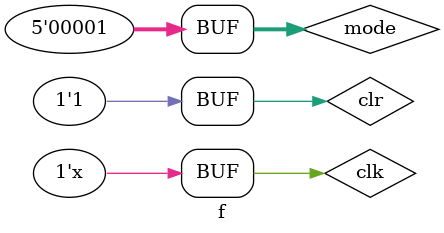
<source format=v>
`timescale 1ns / 1ps


module f(
 
    
    );
    wire[4:0] mode=1;
    reg clk,clr ;//Ä£Ê½¡¢Ê±ÖÓ¡¢ÇåÁã
   Top_module t1(
  .mode(mode),
  .clk(clk),
  .clr(clr)
  
   );
   wire yy;
   assign yy=t1.y;
 
//    reg t=1;
//    reg clk=1;
//   reg clr=0;
//   reg[4:0] mode=5'b00001;
//   reg[7:0] w;
//   reg[6:0]  a_to_g1;
//   reg fre;
//    Top_module w1(
//    .mode(mode),
//     .clk(clk), 
//     .clr(clr)
//    );
  initial begin
     clr=0;
     clk=0;
     #10 clr=1;
  end
  always #5 clk=~clk;
//  always@(*)
//  begin
//  w=w1.q0.position;
//  a_to_g1=w1.q0.a_to_g1;
//  fre=w1.e0.div_frequency;
//  end
 
   
 
    
endmodule

</source>
